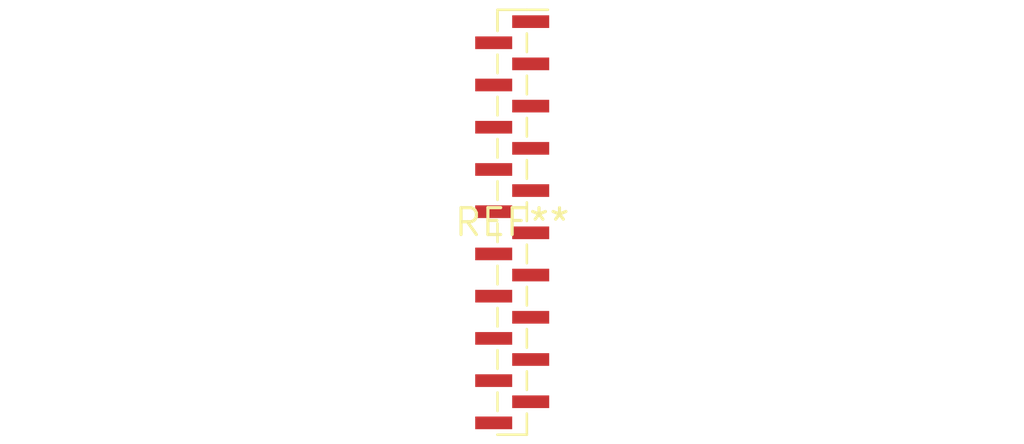
<source format=kicad_pcb>
(kicad_pcb (version 20240108) (generator pcbnew)
  (layers (0 "F.Cu" signal) (31 "B.Cu" signal) (34 "B.Paste" user) (35 "F.Paste" user) (36 "B.SilkS" user "B.Silkscreen") (37 "F.SilkS" user "F.Silkscreen") (38 "B.Mask" user) (39 "F.Mask" user) (44 "Edge.Cuts" user))
  (net 0 "")
  (footprint "PinHeader_1x20_P1.00mm_Vertical_SMD_Pin1Right" (layer "F.Cu") (at 0 0)
    (property "Reference" "REF**")
    (property "Value" "PinHeader_1x20_P1.00mm_Vertical_SMD_Pin1Right")
    (fp_line (start -0.695 -10.06) (end -0.695 -9.06) (layer "F.SilkS") (stroke (width 0.12)))
    (fp_line (start -0.695 -10.06) (end 0.695 -10.06) (layer "F.SilkS") (stroke (width 0.12)))
    (fp_line (start -0.695 -9.94) (end -0.695 -9.06) (layer "F.SilkS") (stroke (width 0.12)))
    (fp_line (start -0.695 -7.94) (end -0.695 -7.06) (layer "F.SilkS") (stroke (width 0.12)))
    (fp_line (start -0.695 -5.94) (end -0.695 -5.06) (layer "F.SilkS") (stroke (width 0.12)))
    (fp_line (start -0.695 -3.94) (end -0.695 -3.06) (layer "F.SilkS") (stroke (width 0.12)))
    (fp_line (start -0.695 -1.94) (end -0.695 -1.06) (layer "F.SilkS") (stroke (width 0.12)))
    (fp_line (start -0.695 0.06) (end -0.695 0.94) (layer "F.SilkS") (stroke (width 0.12)))
    (fp_line (start -0.695 2.06) (end -0.695 2.94) (layer "F.SilkS") (stroke (width 0.12)))
    (fp_line (start -0.695 4.06) (end -0.695 4.94) (layer "F.SilkS") (stroke (width 0.12)))
    (fp_line (start -0.695 6.06) (end -0.695 6.94) (layer "F.SilkS") (stroke (width 0.12)))
    (fp_line (start -0.695 8.06) (end -0.695 8.94) (layer "F.SilkS") (stroke (width 0.12)))
    (fp_line (start -0.695 10.06) (end -0.695 10.06) (layer "F.SilkS") (stroke (width 0.12)))
    (fp_line (start -0.695 10.06) (end 0.695 10.06) (layer "F.SilkS") (stroke (width 0.12)))
    (fp_line (start 0.695 -10.06) (end 0.695 -10.06) (layer "F.SilkS") (stroke (width 0.12)))
    (fp_line (start 0.695 -10.06) (end 1.69 -10.06) (layer "F.SilkS") (stroke (width 0.12)))
    (fp_line (start 0.695 -8.94) (end 0.695 -8.06) (layer "F.SilkS") (stroke (width 0.12)))
    (fp_line (start 0.695 -6.94) (end 0.695 -6.06) (layer "F.SilkS") (stroke (width 0.12)))
    (fp_line (start 0.695 -4.94) (end 0.695 -4.06) (layer "F.SilkS") (stroke (width 0.12)))
    (fp_line (start 0.695 -2.94) (end 0.695 -2.06) (layer "F.SilkS") (stroke (width 0.12)))
    (fp_line (start 0.695 -0.94) (end 0.695 -0.06) (layer "F.SilkS") (stroke (width 0.12)))
    (fp_line (start 0.695 1.06) (end 0.695 1.94) (layer "F.SilkS") (stroke (width 0.12)))
    (fp_line (start 0.695 3.06) (end 0.695 3.94) (layer "F.SilkS") (stroke (width 0.12)))
    (fp_line (start 0.695 5.06) (end 0.695 5.94) (layer "F.SilkS") (stroke (width 0.12)))
    (fp_line (start 0.695 7.06) (end 0.695 7.94) (layer "F.SilkS") (stroke (width 0.12)))
    (fp_line (start 0.695 9.06) (end 0.695 10.06) (layer "F.SilkS") (stroke (width 0.12)))
    (pad "1" smd rect (at 0.875 -9.5) (size 1.75 0.6) (layers "F.Cu" "F.Paste" "F.Mask"))
    (pad "2" smd rect (at -0.875 -8.5) (size 1.75 0.6) (layers "F.Cu" "F.Paste" "F.Mask"))
    (pad "3" smd rect (at 0.875 -7.5) (size 1.75 0.6) (layers "F.Cu" "F.Paste" "F.Mask"))
    (pad "4" smd rect (at -0.875 -6.5) (size 1.75 0.6) (layers "F.Cu" "F.Paste" "F.Mask"))
    (pad "5" smd rect (at 0.875 -5.5) (size 1.75 0.6) (layers "F.Cu" "F.Paste" "F.Mask"))
    (pad "6" smd rect (at -0.875 -4.5) (size 1.75 0.6) (layers "F.Cu" "F.Paste" "F.Mask"))
    (pad "7" smd rect (at 0.875 -3.5) (size 1.75 0.6) (layers "F.Cu" "F.Paste" "F.Mask"))
    (pad "8" smd rect (at -0.875 -2.5) (size 1.75 0.6) (layers "F.Cu" "F.Paste" "F.Mask"))
    (pad "9" smd rect (at 0.875 -1.5) (size 1.75 0.6) (layers "F.Cu" "F.Paste" "F.Mask"))
    (pad "10" smd rect (at -0.875 -0.5) (size 1.75 0.6) (layers "F.Cu" "F.Paste" "F.Mask"))
    (pad "11" smd rect (at 0.875 0.5) (size 1.75 0.6) (layers "F.Cu" "F.Paste" "F.Mask"))
    (pad "12" smd rect (at -0.875 1.5) (size 1.75 0.6) (layers "F.Cu" "F.Paste" "F.Mask"))
    (pad "13" smd rect (at 0.875 2.5) (size 1.75 0.6) (layers "F.Cu" "F.Paste" "F.Mask"))
    (pad "14" smd rect (at -0.875 3.5) (size 1.75 0.6) (layers "F.Cu" "F.Paste" "F.Mask"))
    (pad "15" smd rect (at 0.875 4.5) (size 1.75 0.6) (layers "F.Cu" "F.Paste" "F.Mask"))
    (pad "16" smd rect (at -0.875 5.5) (size 1.75 0.6) (layers "F.Cu" "F.Paste" "F.Mask"))
    (pad "17" smd rect (at 0.875 6.5) (size 1.75 0.6) (layers "F.Cu" "F.Paste" "F.Mask"))
    (pad "18" smd rect (at -0.875 7.5) (size 1.75 0.6) (layers "F.Cu" "F.Paste" "F.Mask"))
    (pad "19" smd rect (at 0.875 8.5) (size 1.75 0.6) (layers "F.Cu" "F.Paste" "F.Mask"))
    (pad "20" smd rect (at -0.875 9.5) (size 1.75 0.6) (layers "F.Cu" "F.Paste" "F.Mask"))
  )
)
</source>
